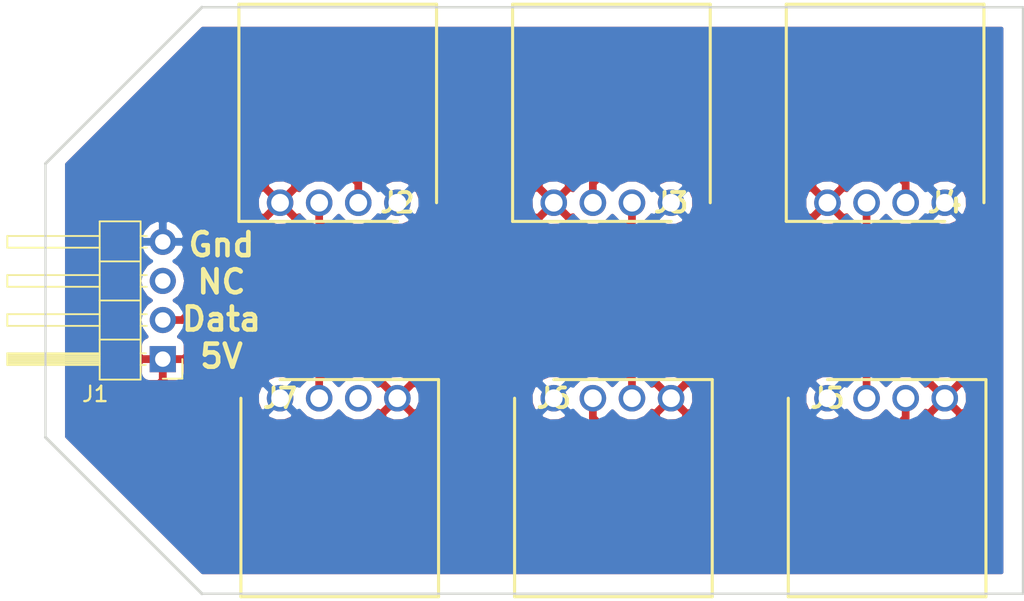
<source format=kicad_pcb>
(kicad_pcb (version 20171130) (host pcbnew "(5.0.0)")

  (general
    (thickness 1.6)
    (drawings 7)
    (tracks 28)
    (zones 0)
    (modules 7)
    (nets 9)
  )

  (page A4)
  (layers
    (0 F.Cu signal)
    (31 B.Cu signal)
    (32 B.Adhes user)
    (33 F.Adhes user)
    (34 B.Paste user)
    (35 F.Paste user)
    (36 B.SilkS user)
    (37 F.SilkS user)
    (38 B.Mask user)
    (39 F.Mask user)
    (40 Dwgs.User user)
    (41 Cmts.User user)
    (42 Eco1.User user)
    (43 Eco2.User user)
    (44 Edge.Cuts user)
    (45 Margin user)
    (46 B.CrtYd user)
    (47 F.CrtYd user)
    (48 B.Fab user)
    (49 F.Fab user)
  )

  (setup
    (last_trace_width 0.25)
    (trace_clearance 0.2)
    (zone_clearance 0.508)
    (zone_45_only no)
    (trace_min 0.2)
    (segment_width 0.2)
    (edge_width 0.15)
    (via_size 0.8)
    (via_drill 0.4)
    (via_min_size 0.4)
    (via_min_drill 0.3)
    (uvia_size 0.3)
    (uvia_drill 0.1)
    (uvias_allowed no)
    (uvia_min_size 0.2)
    (uvia_min_drill 0.1)
    (pcb_text_width 0.3)
    (pcb_text_size 1.5 1.5)
    (mod_edge_width 0.15)
    (mod_text_size 1 1)
    (mod_text_width 0.15)
    (pad_size 1.524 1.524)
    (pad_drill 0.762)
    (pad_to_mask_clearance 0.2)
    (aux_axis_origin 0 0)
    (visible_elements FFFFFF7F)
    (pcbplotparams
      (layerselection 0x010fc_ffffffff)
      (usegerberextensions false)
      (usegerberattributes false)
      (usegerberadvancedattributes false)
      (creategerberjobfile false)
      (excludeedgelayer true)
      (linewidth 0.100000)
      (plotframeref false)
      (viasonmask false)
      (mode 1)
      (useauxorigin false)
      (hpglpennumber 1)
      (hpglpenspeed 20)
      (hpglpendiameter 15.000000)
      (psnegative false)
      (psa4output false)
      (plotreference true)
      (plotvalue true)
      (plotinvisibletext false)
      (padsonsilk false)
      (subtractmaskfromsilk false)
      (outputformat 1)
      (mirror false)
      (drillshape 1)
      (scaleselection 1)
      (outputdirectory ""))
  )

  (net 0 "")
  (net 1 /F1)
  (net 2 /F2)
  (net 3 /F3)
  (net 4 /F4)
  (net 5 /F5)
  (net 6 /F6)
  (net 7 /Gnd)
  (net 8 /5V)

  (net_class Default "This is the default net class."
    (clearance 0.2)
    (trace_width 0.25)
    (via_dia 0.8)
    (via_drill 0.4)
    (uvia_dia 0.3)
    (uvia_drill 0.1)
    (add_net /5V)
    (add_net /F1)
    (add_net /F2)
    (add_net /F3)
    (add_net /F4)
    (add_net /F5)
    (add_net /F6)
    (add_net /Gnd)
  )

  (module TRA_KiCad_Footprints:70553-000 (layer F.Cu) (tedit 5CBBE5D2) (tstamp 5CCA3A31)
    (at 127 114.3 180)
    (descr 70553-0003)
    (tags Connector)
    (path /5CBBE0BA)
    (fp_text reference J2 (at 0 0 180) (layer F.SilkS)
      (effects (font (size 1.27 1.27) (thickness 0.254)))
    )
    (fp_text value Fan1 (at 0 0 180) (layer F.SilkS) hide
      (effects (font (size 1.27 1.27) (thickness 0.254)))
    )
    (fp_line (start -2.795 -1.4625) (end 10.545 -1.4625) (layer Dwgs.User) (width 0.05))
    (fp_line (start 10.545 -1.4625) (end 10.545 13.145) (layer Dwgs.User) (width 0.05))
    (fp_line (start 10.545 13.145) (end -2.795 13.145) (layer Dwgs.User) (width 0.05))
    (fp_line (start -2.795 13.145) (end -2.795 -1.4625) (layer Dwgs.User) (width 0.05))
    (fp_line (start -2.545 -0.825) (end 10.295 -0.825) (layer Dwgs.User) (width 0.1))
    (fp_line (start 10.295 -0.825) (end 10.295 12.895) (layer Dwgs.User) (width 0.1))
    (fp_line (start 10.295 12.895) (end -2.545 12.895) (layer Dwgs.User) (width 0.1))
    (fp_line (start -2.545 12.895) (end -2.545 -0.825) (layer Dwgs.User) (width 0.1))
    (fp_line (start 0 -1.2125) (end 10.295 -1.2125) (layer F.SilkS) (width 0.2))
    (fp_line (start 10.295 -1.2125) (end 10.295 12.895) (layer F.SilkS) (width 0.2))
    (fp_line (start 10.295 12.895) (end -2.545 12.895) (layer F.SilkS) (width 0.2))
    (fp_line (start -2.545 12.895) (end -2.545 0) (layer F.SilkS) (width 0.2))
    (pad 1 thru_hole circle (at 0 0 180) (size 1.725 1.725) (drill 1.15) (layers *.Cu *.Mask)
      (net 7 /Gnd))
    (pad 2 thru_hole circle (at 2.54 0 180) (size 1.725 1.725) (drill 1.15) (layers *.Cu *.Mask)
      (net 1 /F1))
    (pad 3 thru_hole circle (at 5.08 0 180) (size 1.725 1.725) (drill 1.15) (layers *.Cu *.Mask)
      (net 2 /F2))
    (pad 4 thru_hole circle (at 7.62 0 180) (size 1.725 1.725) (drill 1.15) (layers *.Cu *.Mask)
      (net 8 /5V))
    (model 70553-0003.stp
      (at (xyz 0 0 0))
      (scale (xyz 1 1 1))
      (rotate (xyz 0 0 0))
    )
    (model "${GITHUB}/TRA_KiCad_Library/3D Models/Molex/Molex-70553-0003.stp"
      (offset (xyz 3.8 -7.15 3))
      (scale (xyz 1 1 1))
      (rotate (xyz -90 0 0))
    )
  )

  (module TRA_KiCad_Footprints:70553-000 (layer F.Cu) (tedit 5CBBE5D2) (tstamp 5CCA3A45)
    (at 144.78 114.3 180)
    (descr 70553-0003)
    (tags Connector)
    (path /5CBBE14C)
    (fp_text reference J3 (at 0 0 180) (layer F.SilkS)
      (effects (font (size 1.27 1.27) (thickness 0.254)))
    )
    (fp_text value Fan2 (at 0 0 180) (layer F.SilkS) hide
      (effects (font (size 1.27 1.27) (thickness 0.254)))
    )
    (fp_line (start -2.795 -1.4625) (end 10.545 -1.4625) (layer Dwgs.User) (width 0.05))
    (fp_line (start 10.545 -1.4625) (end 10.545 13.145) (layer Dwgs.User) (width 0.05))
    (fp_line (start 10.545 13.145) (end -2.795 13.145) (layer Dwgs.User) (width 0.05))
    (fp_line (start -2.795 13.145) (end -2.795 -1.4625) (layer Dwgs.User) (width 0.05))
    (fp_line (start -2.545 -0.825) (end 10.295 -0.825) (layer Dwgs.User) (width 0.1))
    (fp_line (start 10.295 -0.825) (end 10.295 12.895) (layer Dwgs.User) (width 0.1))
    (fp_line (start 10.295 12.895) (end -2.545 12.895) (layer Dwgs.User) (width 0.1))
    (fp_line (start -2.545 12.895) (end -2.545 -0.825) (layer Dwgs.User) (width 0.1))
    (fp_line (start 0 -1.2125) (end 10.295 -1.2125) (layer F.SilkS) (width 0.2))
    (fp_line (start 10.295 -1.2125) (end 10.295 12.895) (layer F.SilkS) (width 0.2))
    (fp_line (start 10.295 12.895) (end -2.545 12.895) (layer F.SilkS) (width 0.2))
    (fp_line (start -2.545 12.895) (end -2.545 0) (layer F.SilkS) (width 0.2))
    (pad 1 thru_hole circle (at 0 0 180) (size 1.725 1.725) (drill 1.15) (layers *.Cu *.Mask)
      (net 7 /Gnd))
    (pad 2 thru_hole circle (at 2.54 0 180) (size 1.725 1.725) (drill 1.15) (layers *.Cu *.Mask)
      (net 2 /F2))
    (pad 3 thru_hole circle (at 5.08 0 180) (size 1.725 1.725) (drill 1.15) (layers *.Cu *.Mask)
      (net 3 /F3))
    (pad 4 thru_hole circle (at 7.62 0 180) (size 1.725 1.725) (drill 1.15) (layers *.Cu *.Mask)
      (net 8 /5V))
    (model 70553-0003.stp
      (at (xyz 0 0 0))
      (scale (xyz 1 1 1))
      (rotate (xyz 0 0 0))
    )
    (model "${GITHUB}/TRA_KiCad_Library/3D Models/Molex/Molex-70553-0003.stp"
      (offset (xyz 3.8 -7.15 3))
      (scale (xyz 1 1 1))
      (rotate (xyz -90 0 0))
    )
  )

  (module TRA_KiCad_Footprints:70553-000 (layer F.Cu) (tedit 5CBBE5D2) (tstamp 5CCA3A59)
    (at 162.56 114.3 180)
    (descr 70553-0003)
    (tags Connector)
    (path /5CBBE217)
    (fp_text reference J4 (at 0 0 180) (layer F.SilkS)
      (effects (font (size 1.27 1.27) (thickness 0.254)))
    )
    (fp_text value Fan3 (at 0 0 180) (layer F.SilkS) hide
      (effects (font (size 1.27 1.27) (thickness 0.254)))
    )
    (fp_line (start -2.795 -1.4625) (end 10.545 -1.4625) (layer Dwgs.User) (width 0.05))
    (fp_line (start 10.545 -1.4625) (end 10.545 13.145) (layer Dwgs.User) (width 0.05))
    (fp_line (start 10.545 13.145) (end -2.795 13.145) (layer Dwgs.User) (width 0.05))
    (fp_line (start -2.795 13.145) (end -2.795 -1.4625) (layer Dwgs.User) (width 0.05))
    (fp_line (start -2.545 -0.825) (end 10.295 -0.825) (layer Dwgs.User) (width 0.1))
    (fp_line (start 10.295 -0.825) (end 10.295 12.895) (layer Dwgs.User) (width 0.1))
    (fp_line (start 10.295 12.895) (end -2.545 12.895) (layer Dwgs.User) (width 0.1))
    (fp_line (start -2.545 12.895) (end -2.545 -0.825) (layer Dwgs.User) (width 0.1))
    (fp_line (start 0 -1.2125) (end 10.295 -1.2125) (layer F.SilkS) (width 0.2))
    (fp_line (start 10.295 -1.2125) (end 10.295 12.895) (layer F.SilkS) (width 0.2))
    (fp_line (start 10.295 12.895) (end -2.545 12.895) (layer F.SilkS) (width 0.2))
    (fp_line (start -2.545 12.895) (end -2.545 0) (layer F.SilkS) (width 0.2))
    (pad 1 thru_hole circle (at 0 0 180) (size 1.725 1.725) (drill 1.15) (layers *.Cu *.Mask)
      (net 7 /Gnd))
    (pad 2 thru_hole circle (at 2.54 0 180) (size 1.725 1.725) (drill 1.15) (layers *.Cu *.Mask)
      (net 3 /F3))
    (pad 3 thru_hole circle (at 5.08 0 180) (size 1.725 1.725) (drill 1.15) (layers *.Cu *.Mask)
      (net 4 /F4))
    (pad 4 thru_hole circle (at 7.62 0 180) (size 1.725 1.725) (drill 1.15) (layers *.Cu *.Mask)
      (net 8 /5V))
    (model 70553-0003.stp
      (at (xyz 0 0 0))
      (scale (xyz 1 1 1))
      (rotate (xyz 0 0 0))
    )
    (model "${GITHUB}/TRA_KiCad_Library/3D Models/Molex/Molex-70553-0003.stp"
      (offset (xyz 3.8 -7.15 3))
      (scale (xyz 1 1 1))
      (rotate (xyz -90 0 0))
    )
  )

  (module TRA_KiCad_Footprints:70553-000 (layer F.Cu) (tedit 5CBBE5D2) (tstamp 5CCBF1A8)
    (at 154.94 127)
    (descr 70553-0003)
    (tags Connector)
    (path /5CBBF1EA)
    (fp_text reference J5 (at 0 0) (layer F.SilkS)
      (effects (font (size 1.27 1.27) (thickness 0.254)))
    )
    (fp_text value Fan4 (at 0 0) (layer F.SilkS) hide
      (effects (font (size 1.27 1.27) (thickness 0.254)))
    )
    (fp_line (start -2.795 -1.4625) (end 10.545 -1.4625) (layer Dwgs.User) (width 0.05))
    (fp_line (start 10.545 -1.4625) (end 10.545 13.145) (layer Dwgs.User) (width 0.05))
    (fp_line (start 10.545 13.145) (end -2.795 13.145) (layer Dwgs.User) (width 0.05))
    (fp_line (start -2.795 13.145) (end -2.795 -1.4625) (layer Dwgs.User) (width 0.05))
    (fp_line (start -2.545 -0.825) (end 10.295 -0.825) (layer Dwgs.User) (width 0.1))
    (fp_line (start 10.295 -0.825) (end 10.295 12.895) (layer Dwgs.User) (width 0.1))
    (fp_line (start 10.295 12.895) (end -2.545 12.895) (layer Dwgs.User) (width 0.1))
    (fp_line (start -2.545 12.895) (end -2.545 -0.825) (layer Dwgs.User) (width 0.1))
    (fp_line (start 0 -1.2125) (end 10.295 -1.2125) (layer F.SilkS) (width 0.2))
    (fp_line (start 10.295 -1.2125) (end 10.295 12.895) (layer F.SilkS) (width 0.2))
    (fp_line (start 10.295 12.895) (end -2.545 12.895) (layer F.SilkS) (width 0.2))
    (fp_line (start -2.545 12.895) (end -2.545 0) (layer F.SilkS) (width 0.2))
    (pad 1 thru_hole circle (at 0 0) (size 1.725 1.725) (drill 1.15) (layers *.Cu *.Mask)
      (net 7 /Gnd))
    (pad 2 thru_hole circle (at 2.54 0) (size 1.725 1.725) (drill 1.15) (layers *.Cu *.Mask)
      (net 4 /F4))
    (pad 3 thru_hole circle (at 5.08 0) (size 1.725 1.725) (drill 1.15) (layers *.Cu *.Mask)
      (net 5 /F5))
    (pad 4 thru_hole circle (at 7.62 0) (size 1.725 1.725) (drill 1.15) (layers *.Cu *.Mask)
      (net 8 /5V))
    (model 70553-0003.stp
      (at (xyz 0 0 0))
      (scale (xyz 1 1 1))
      (rotate (xyz 0 0 0))
    )
    (model "${GITHUB}/TRA_KiCad_Library/3D Models/Molex/Molex-70553-0003.stp"
      (offset (xyz 3.8 -7.15 3))
      (scale (xyz 1 1 1))
      (rotate (xyz -90 0 0))
    )
  )

  (module TRA_KiCad_Footprints:70553-000 (layer F.Cu) (tedit 5CBBE5D2) (tstamp 5CCBF1BC)
    (at 137.16 127)
    (descr 70553-0003)
    (tags Connector)
    (path /5CBBF1F1)
    (fp_text reference J6 (at 0 0) (layer F.SilkS)
      (effects (font (size 1.27 1.27) (thickness 0.254)))
    )
    (fp_text value Fan5 (at 0 0) (layer F.SilkS) hide
      (effects (font (size 1.27 1.27) (thickness 0.254)))
    )
    (fp_line (start -2.795 -1.4625) (end 10.545 -1.4625) (layer Dwgs.User) (width 0.05))
    (fp_line (start 10.545 -1.4625) (end 10.545 13.145) (layer Dwgs.User) (width 0.05))
    (fp_line (start 10.545 13.145) (end -2.795 13.145) (layer Dwgs.User) (width 0.05))
    (fp_line (start -2.795 13.145) (end -2.795 -1.4625) (layer Dwgs.User) (width 0.05))
    (fp_line (start -2.545 -0.825) (end 10.295 -0.825) (layer Dwgs.User) (width 0.1))
    (fp_line (start 10.295 -0.825) (end 10.295 12.895) (layer Dwgs.User) (width 0.1))
    (fp_line (start 10.295 12.895) (end -2.545 12.895) (layer Dwgs.User) (width 0.1))
    (fp_line (start -2.545 12.895) (end -2.545 -0.825) (layer Dwgs.User) (width 0.1))
    (fp_line (start 0 -1.2125) (end 10.295 -1.2125) (layer F.SilkS) (width 0.2))
    (fp_line (start 10.295 -1.2125) (end 10.295 12.895) (layer F.SilkS) (width 0.2))
    (fp_line (start 10.295 12.895) (end -2.545 12.895) (layer F.SilkS) (width 0.2))
    (fp_line (start -2.545 12.895) (end -2.545 0) (layer F.SilkS) (width 0.2))
    (pad 1 thru_hole circle (at 0 0) (size 1.725 1.725) (drill 1.15) (layers *.Cu *.Mask)
      (net 7 /Gnd))
    (pad 2 thru_hole circle (at 2.54 0) (size 1.725 1.725) (drill 1.15) (layers *.Cu *.Mask)
      (net 5 /F5))
    (pad 3 thru_hole circle (at 5.08 0) (size 1.725 1.725) (drill 1.15) (layers *.Cu *.Mask)
      (net 6 /F6))
    (pad 4 thru_hole circle (at 7.62 0) (size 1.725 1.725) (drill 1.15) (layers *.Cu *.Mask)
      (net 8 /5V))
    (model 70553-0003.stp
      (at (xyz 0 0 0))
      (scale (xyz 1 1 1))
      (rotate (xyz 0 0 0))
    )
    (model "${GITHUB}/TRA_KiCad_Library/3D Models/Molex/Molex-70553-0003.stp"
      (offset (xyz 3.8 -7.15 3))
      (scale (xyz 1 1 1))
      (rotate (xyz -90 0 0))
    )
  )

  (module TRA_KiCad_Footprints:70553-000 (layer F.Cu) (tedit 5CBBE5D2) (tstamp 5CCBF1D0)
    (at 119.38 127)
    (descr 70553-0003)
    (tags Connector)
    (path /5CBBF1F8)
    (fp_text reference J7 (at 0 0) (layer F.SilkS)
      (effects (font (size 1.27 1.27) (thickness 0.254)))
    )
    (fp_text value Fan6 (at 0 0) (layer F.SilkS) hide
      (effects (font (size 1.27 1.27) (thickness 0.254)))
    )
    (fp_line (start -2.795 -1.4625) (end 10.545 -1.4625) (layer Dwgs.User) (width 0.05))
    (fp_line (start 10.545 -1.4625) (end 10.545 13.145) (layer Dwgs.User) (width 0.05))
    (fp_line (start 10.545 13.145) (end -2.795 13.145) (layer Dwgs.User) (width 0.05))
    (fp_line (start -2.795 13.145) (end -2.795 -1.4625) (layer Dwgs.User) (width 0.05))
    (fp_line (start -2.545 -0.825) (end 10.295 -0.825) (layer Dwgs.User) (width 0.1))
    (fp_line (start 10.295 -0.825) (end 10.295 12.895) (layer Dwgs.User) (width 0.1))
    (fp_line (start 10.295 12.895) (end -2.545 12.895) (layer Dwgs.User) (width 0.1))
    (fp_line (start -2.545 12.895) (end -2.545 -0.825) (layer Dwgs.User) (width 0.1))
    (fp_line (start 0 -1.2125) (end 10.295 -1.2125) (layer F.SilkS) (width 0.2))
    (fp_line (start 10.295 -1.2125) (end 10.295 12.895) (layer F.SilkS) (width 0.2))
    (fp_line (start 10.295 12.895) (end -2.545 12.895) (layer F.SilkS) (width 0.2))
    (fp_line (start -2.545 12.895) (end -2.545 0) (layer F.SilkS) (width 0.2))
    (pad 1 thru_hole circle (at 0 0) (size 1.725 1.725) (drill 1.15) (layers *.Cu *.Mask)
      (net 7 /Gnd))
    (pad 2 thru_hole circle (at 2.54 0) (size 1.725 1.725) (drill 1.15) (layers *.Cu *.Mask)
      (net 6 /F6))
    (pad 3 thru_hole circle (at 5.08 0) (size 1.725 1.725) (drill 1.15) (layers *.Cu *.Mask))
    (pad 4 thru_hole circle (at 7.62 0) (size 1.725 1.725) (drill 1.15) (layers *.Cu *.Mask)
      (net 8 /5V))
    (model 70553-0003.stp
      (at (xyz 0 0 0))
      (scale (xyz 1 1 1))
      (rotate (xyz 0 0 0))
    )
    (model "${GITHUB}/TRA_KiCad_Library/3D Models/Molex/Molex-70553-0003.stp"
      (offset (xyz 3.8 -7.15 3))
      (scale (xyz 1 1 1))
      (rotate (xyz -90 0 0))
    )
  )

  (module Connector_PinHeader_2.54mm:PinHeader_1x04_P2.54mm_Horizontal (layer F.Cu) (tedit 59FED5CB) (tstamp 5CCA3A1D)
    (at 111.76 124.46 180)
    (descr "Through hole angled pin header, 1x04, 2.54mm pitch, 6mm pin length, single row")
    (tags "Through hole angled pin header THT 1x04 2.54mm single row")
    (path /5CBBE771)
    (fp_text reference J1 (at 4.385 -2.27 180) (layer F.SilkS)
      (effects (font (size 1 1) (thickness 0.15)))
    )
    (fp_text value Mobo (at 4.385 9.89 180) (layer F.Fab)
      (effects (font (size 1 1) (thickness 0.15)))
    )
    (fp_text user %R (at 2.77 3.81 270) (layer F.Fab)
      (effects (font (size 1 1) (thickness 0.15)))
    )
    (fp_line (start 10.55 -1.8) (end -1.8 -1.8) (layer F.CrtYd) (width 0.05))
    (fp_line (start 10.55 9.4) (end 10.55 -1.8) (layer F.CrtYd) (width 0.05))
    (fp_line (start -1.8 9.4) (end 10.55 9.4) (layer F.CrtYd) (width 0.05))
    (fp_line (start -1.8 -1.8) (end -1.8 9.4) (layer F.CrtYd) (width 0.05))
    (fp_line (start -1.27 -1.27) (end 0 -1.27) (layer F.SilkS) (width 0.12))
    (fp_line (start -1.27 0) (end -1.27 -1.27) (layer F.SilkS) (width 0.12))
    (fp_line (start 1.042929 8) (end 1.44 8) (layer F.SilkS) (width 0.12))
    (fp_line (start 1.042929 7.24) (end 1.44 7.24) (layer F.SilkS) (width 0.12))
    (fp_line (start 10.1 8) (end 4.1 8) (layer F.SilkS) (width 0.12))
    (fp_line (start 10.1 7.24) (end 10.1 8) (layer F.SilkS) (width 0.12))
    (fp_line (start 4.1 7.24) (end 10.1 7.24) (layer F.SilkS) (width 0.12))
    (fp_line (start 1.44 6.35) (end 4.1 6.35) (layer F.SilkS) (width 0.12))
    (fp_line (start 1.042929 5.46) (end 1.44 5.46) (layer F.SilkS) (width 0.12))
    (fp_line (start 1.042929 4.7) (end 1.44 4.7) (layer F.SilkS) (width 0.12))
    (fp_line (start 10.1 5.46) (end 4.1 5.46) (layer F.SilkS) (width 0.12))
    (fp_line (start 10.1 4.7) (end 10.1 5.46) (layer F.SilkS) (width 0.12))
    (fp_line (start 4.1 4.7) (end 10.1 4.7) (layer F.SilkS) (width 0.12))
    (fp_line (start 1.44 3.81) (end 4.1 3.81) (layer F.SilkS) (width 0.12))
    (fp_line (start 1.042929 2.92) (end 1.44 2.92) (layer F.SilkS) (width 0.12))
    (fp_line (start 1.042929 2.16) (end 1.44 2.16) (layer F.SilkS) (width 0.12))
    (fp_line (start 10.1 2.92) (end 4.1 2.92) (layer F.SilkS) (width 0.12))
    (fp_line (start 10.1 2.16) (end 10.1 2.92) (layer F.SilkS) (width 0.12))
    (fp_line (start 4.1 2.16) (end 10.1 2.16) (layer F.SilkS) (width 0.12))
    (fp_line (start 1.44 1.27) (end 4.1 1.27) (layer F.SilkS) (width 0.12))
    (fp_line (start 1.11 0.38) (end 1.44 0.38) (layer F.SilkS) (width 0.12))
    (fp_line (start 1.11 -0.38) (end 1.44 -0.38) (layer F.SilkS) (width 0.12))
    (fp_line (start 4.1 0.28) (end 10.1 0.28) (layer F.SilkS) (width 0.12))
    (fp_line (start 4.1 0.16) (end 10.1 0.16) (layer F.SilkS) (width 0.12))
    (fp_line (start 4.1 0.04) (end 10.1 0.04) (layer F.SilkS) (width 0.12))
    (fp_line (start 4.1 -0.08) (end 10.1 -0.08) (layer F.SilkS) (width 0.12))
    (fp_line (start 4.1 -0.2) (end 10.1 -0.2) (layer F.SilkS) (width 0.12))
    (fp_line (start 4.1 -0.32) (end 10.1 -0.32) (layer F.SilkS) (width 0.12))
    (fp_line (start 10.1 0.38) (end 4.1 0.38) (layer F.SilkS) (width 0.12))
    (fp_line (start 10.1 -0.38) (end 10.1 0.38) (layer F.SilkS) (width 0.12))
    (fp_line (start 4.1 -0.38) (end 10.1 -0.38) (layer F.SilkS) (width 0.12))
    (fp_line (start 4.1 -1.33) (end 1.44 -1.33) (layer F.SilkS) (width 0.12))
    (fp_line (start 4.1 8.95) (end 4.1 -1.33) (layer F.SilkS) (width 0.12))
    (fp_line (start 1.44 8.95) (end 4.1 8.95) (layer F.SilkS) (width 0.12))
    (fp_line (start 1.44 -1.33) (end 1.44 8.95) (layer F.SilkS) (width 0.12))
    (fp_line (start 4.04 7.94) (end 10.04 7.94) (layer F.Fab) (width 0.1))
    (fp_line (start 10.04 7.3) (end 10.04 7.94) (layer F.Fab) (width 0.1))
    (fp_line (start 4.04 7.3) (end 10.04 7.3) (layer F.Fab) (width 0.1))
    (fp_line (start -0.32 7.94) (end 1.5 7.94) (layer F.Fab) (width 0.1))
    (fp_line (start -0.32 7.3) (end -0.32 7.94) (layer F.Fab) (width 0.1))
    (fp_line (start -0.32 7.3) (end 1.5 7.3) (layer F.Fab) (width 0.1))
    (fp_line (start 4.04 5.4) (end 10.04 5.4) (layer F.Fab) (width 0.1))
    (fp_line (start 10.04 4.76) (end 10.04 5.4) (layer F.Fab) (width 0.1))
    (fp_line (start 4.04 4.76) (end 10.04 4.76) (layer F.Fab) (width 0.1))
    (fp_line (start -0.32 5.4) (end 1.5 5.4) (layer F.Fab) (width 0.1))
    (fp_line (start -0.32 4.76) (end -0.32 5.4) (layer F.Fab) (width 0.1))
    (fp_line (start -0.32 4.76) (end 1.5 4.76) (layer F.Fab) (width 0.1))
    (fp_line (start 4.04 2.86) (end 10.04 2.86) (layer F.Fab) (width 0.1))
    (fp_line (start 10.04 2.22) (end 10.04 2.86) (layer F.Fab) (width 0.1))
    (fp_line (start 4.04 2.22) (end 10.04 2.22) (layer F.Fab) (width 0.1))
    (fp_line (start -0.32 2.86) (end 1.5 2.86) (layer F.Fab) (width 0.1))
    (fp_line (start -0.32 2.22) (end -0.32 2.86) (layer F.Fab) (width 0.1))
    (fp_line (start -0.32 2.22) (end 1.5 2.22) (layer F.Fab) (width 0.1))
    (fp_line (start 4.04 0.32) (end 10.04 0.32) (layer F.Fab) (width 0.1))
    (fp_line (start 10.04 -0.32) (end 10.04 0.32) (layer F.Fab) (width 0.1))
    (fp_line (start 4.04 -0.32) (end 10.04 -0.32) (layer F.Fab) (width 0.1))
    (fp_line (start -0.32 0.32) (end 1.5 0.32) (layer F.Fab) (width 0.1))
    (fp_line (start -0.32 -0.32) (end -0.32 0.32) (layer F.Fab) (width 0.1))
    (fp_line (start -0.32 -0.32) (end 1.5 -0.32) (layer F.Fab) (width 0.1))
    (fp_line (start 1.5 -0.635) (end 2.135 -1.27) (layer F.Fab) (width 0.1))
    (fp_line (start 1.5 8.89) (end 1.5 -0.635) (layer F.Fab) (width 0.1))
    (fp_line (start 4.04 8.89) (end 1.5 8.89) (layer F.Fab) (width 0.1))
    (fp_line (start 4.04 -1.27) (end 4.04 8.89) (layer F.Fab) (width 0.1))
    (fp_line (start 2.135 -1.27) (end 4.04 -1.27) (layer F.Fab) (width 0.1))
    (pad 4 thru_hole oval (at 0 7.62 180) (size 1.7 1.7) (drill 1) (layers *.Cu *.Mask)
      (net 7 /Gnd))
    (pad 3 thru_hole oval (at 0 5.08 180) (size 1.7 1.7) (drill 1) (layers *.Cu *.Mask))
    (pad 2 thru_hole oval (at 0 2.54 180) (size 1.7 1.7) (drill 1) (layers *.Cu *.Mask)
      (net 1 /F1))
    (pad 1 thru_hole rect (at 0 0 180) (size 1.7 1.7) (drill 1) (layers *.Cu *.Mask)
      (net 8 /5V))
    (model ${KISYS3DMOD}/Connector_PinHeader_2.54mm.3dshapes/PinHeader_1x04_P2.54mm_Horizontal.wrl
      (at (xyz 0 0 0))
      (scale (xyz 1 1 1))
      (rotate (xyz 0 0 0))
    )
  )

  (gr_text "Gnd\nNC\nData\n5V\n" (at 115.57 120.65) (layer F.SilkS)
    (effects (font (size 1.5 1.5) (thickness 0.3)))
  )
  (gr_line (start 104.14 129.54) (end 114.3 139.7) (layer Edge.Cuts) (width 0.2))
  (gr_line (start 114.3 101.6) (end 104.14 111.76) (layer Edge.Cuts) (width 0.2))
  (gr_line (start 114.3 139.7) (end 167.64 139.7) (layer Edge.Cuts) (width 0.15) (tstamp 5CCC14A7))
  (gr_line (start 167.64 139.7) (end 167.64 101.6) (layer Edge.Cuts) (width 0.15))
  (gr_line (start 104.14 111.76) (end 104.14 129.54) (layer Edge.Cuts) (width 0.15))
  (gr_line (start 167.64 101.6) (end 114.3 101.6) (layer Edge.Cuts) (width 0.15))

  (segment (start 111.76 121.92) (end 113.03 121.92) (width 0.5) (layer F.Cu) (net 1))
  (segment (start 113.03 121.92) (end 115.57 119.38) (width 0.5) (layer F.Cu) (net 1))
  (segment (start 115.57 119.38) (end 115.57 114.3) (width 0.5) (layer F.Cu) (net 1))
  (segment (start 115.57 114.3) (end 118.11 111.76) (width 0.5) (layer F.Cu) (net 1))
  (segment (start 118.11 111.76) (end 123.19 111.76) (width 0.5) (layer F.Cu) (net 1))
  (segment (start 124.46 114.3) (end 124.46 113.03) (width 0.5) (layer F.Cu) (net 1))
  (segment (start 124.46 113.03) (end 123.19 111.76) (width 0.5) (layer F.Cu) (net 1))
  (segment (start 142.24 127) (end 142.24 125.73) (width 0.5) (layer F.Cu) (net 6) (tstamp 5CCC0C15))
  (segment (start 142.24 125.73) (end 140.97 124.46) (width 0.5) (layer F.Cu) (net 6) (tstamp 5CCC0C16))
  (segment (start 140.97 124.46) (end 123.19 124.46) (width 0.5) (layer F.Cu) (net 6) (tstamp 5CCC0C17))
  (segment (start 123.19 124.46) (end 121.92 125.73) (width 0.5) (layer F.Cu) (net 6) (tstamp 5CCC0C18))
  (segment (start 121.92 125.73) (end 121.92 127) (width 0.5) (layer F.Cu) (net 6) (tstamp 5CCC0C19))
  (segment (start 123.19 116.84) (end 121.92 115.57) (width 0.5) (layer F.Cu) (net 2) (tstamp 5CCC0A8E))
  (segment (start 121.92 115.57) (end 121.92 114.3) (width 0.5) (layer F.Cu) (net 2) (tstamp 5CCC0A8F))
  (segment (start 142.24 114.3) (end 142.24 115.57) (width 0.5) (layer F.Cu) (net 2) (tstamp 5CCC0A90))
  (segment (start 142.24 115.57) (end 140.97 116.84) (width 0.5) (layer F.Cu) (net 2) (tstamp 5CCC0A91))
  (segment (start 140.97 116.84) (end 123.19 116.84) (width 0.5) (layer F.Cu) (net 2) (tstamp 5CCC0A92))
  (segment (start 160.02 114.3) (end 160.02 113.03) (width 0.5) (layer F.Cu) (net 3))
  (segment (start 160.02 113.03) (end 158.75 111.76) (width 0.5) (layer F.Cu) (net 3))
  (segment (start 158.75 111.76) (end 140.97 111.76) (width 0.5) (layer F.Cu) (net 3))
  (segment (start 140.97 111.76) (end 139.7 113.03) (width 0.5) (layer F.Cu) (net 3))
  (segment (start 139.7 113.03) (end 139.7 114.3) (width 0.5) (layer F.Cu) (net 3))
  (segment (start 157.48 114.3) (end 157.48 127) (width 0.5) (layer F.Cu) (net 4))
  (segment (start 160.02 127) (end 160.02 128.27) (width 0.5) (layer F.Cu) (net 5))
  (segment (start 160.02 128.27) (end 158.75 129.54) (width 0.5) (layer F.Cu) (net 5))
  (segment (start 158.75 129.54) (end 140.97 129.54) (width 0.5) (layer F.Cu) (net 5))
  (segment (start 140.97 129.54) (end 139.7 128.27) (width 0.5) (layer F.Cu) (net 5))
  (segment (start 139.7 128.27) (end 139.7 127) (width 0.5) (layer F.Cu) (net 5))

  (zone (net 8) (net_name /5V) (layer F.Cu) (tstamp 0) (hatch edge 0.508)
    (connect_pads (clearance 0.508))
    (min_thickness 0.254)
    (fill yes (arc_segments 16) (thermal_gap 0.508) (thermal_bridge_width 0.508))
    (polygon
      (pts
        (xy 114.3 102.87) (xy 105.41 111.76) (xy 105.41 120.65) (xy 105.41 129.54) (xy 114.3 138.43)
        (xy 166.37 138.43) (xy 166.37 102.87)
      )
    )
    (filled_polygon
      (pts
        (xy 166.243 138.303) (xy 114.352606 138.303) (xy 105.537 129.487394) (xy 105.537 124.74575) (xy 110.275 124.74575)
        (xy 110.275 125.43631) (xy 110.371673 125.669699) (xy 110.550302 125.848327) (xy 110.783691 125.945) (xy 111.47425 125.945)
        (xy 111.633 125.78625) (xy 111.633 124.587) (xy 111.887 124.587) (xy 111.887 125.78625) (xy 112.04575 125.945)
        (xy 112.736309 125.945) (xy 112.969698 125.848327) (xy 113.148327 125.669699) (xy 113.245 125.43631) (xy 113.245 124.74575)
        (xy 113.08625 124.587) (xy 111.887 124.587) (xy 111.633 124.587) (xy 110.43375 124.587) (xy 110.275 124.74575)
        (xy 105.537 124.74575) (xy 105.537 116.84) (xy 110.245908 116.84) (xy 110.361161 117.419418) (xy 110.689375 117.910625)
        (xy 110.987761 118.11) (xy 110.689375 118.309375) (xy 110.361161 118.800582) (xy 110.245908 119.38) (xy 110.361161 119.959418)
        (xy 110.689375 120.450625) (xy 110.987761 120.65) (xy 110.689375 120.849375) (xy 110.361161 121.340582) (xy 110.245908 121.92)
        (xy 110.361161 122.499418) (xy 110.689375 122.990625) (xy 110.711033 123.005096) (xy 110.550302 123.071673) (xy 110.371673 123.250301)
        (xy 110.275 123.48369) (xy 110.275 124.17425) (xy 110.43375 124.333) (xy 111.633 124.333) (xy 111.633 124.313)
        (xy 111.887 124.313) (xy 111.887 124.333) (xy 113.08625 124.333) (xy 113.245 124.17425) (xy 113.245 123.48369)
        (xy 113.148327 123.250301) (xy 112.969698 123.071673) (xy 112.808967 123.005096) (xy 112.830625 122.990625) (xy 112.953269 122.807075)
        (xy 113.03 122.822337) (xy 113.117161 122.805) (xy 113.117165 122.805) (xy 113.37531 122.753652) (xy 113.668049 122.558049)
        (xy 113.717425 122.484153) (xy 116.134156 120.067423) (xy 116.208049 120.018049) (xy 116.403652 119.72531) (xy 116.455 119.467165)
        (xy 116.455 119.467161) (xy 116.472337 119.380001) (xy 116.455 119.292841) (xy 116.455 115.35301) (xy 118.506595 115.35301)
        (xy 118.588402 115.605606) (xy 119.148293 115.809155) (xy 119.743459 115.782948) (xy 120.171598 115.605606) (xy 120.253405 115.35301)
        (xy 119.38 114.479605) (xy 118.506595 115.35301) (xy 116.455 115.35301) (xy 116.455 114.666578) (xy 117.053285 114.068293)
        (xy 117.870845 114.068293) (xy 117.897052 114.663459) (xy 118.074394 115.091598) (xy 118.32699 115.173405) (xy 119.200395 114.3)
        (xy 118.32699 113.426595) (xy 118.074394 113.508402) (xy 117.870845 114.068293) (xy 117.053285 114.068293) (xy 117.874588 113.24699)
        (xy 118.506595 113.24699) (xy 119.38 114.120395) (xy 120.253405 113.24699) (xy 120.171598 112.994394) (xy 119.611707 112.790845)
        (xy 119.016541 112.817052) (xy 118.588402 112.994394) (xy 118.506595 113.24699) (xy 117.874588 113.24699) (xy 118.476579 112.645)
        (xy 122.823422 112.645) (xy 123.410318 113.231897) (xy 123.190481 113.451734) (xy 123.19 113.452895) (xy 123.189519 113.451734)
        (xy 122.768266 113.030481) (xy 122.217871 112.8025) (xy 121.622129 112.8025) (xy 121.071734 113.030481) (xy 120.650481 113.451734)
        (xy 120.633939 113.491669) (xy 120.43301 113.426595) (xy 119.559605 114.3) (xy 120.43301 115.173405) (xy 120.633939 115.108331)
        (xy 120.650481 115.148266) (xy 121.026714 115.524499) (xy 121.017663 115.57) (xy 121.035 115.657161) (xy 121.035 115.657164)
        (xy 121.086348 115.915309) (xy 121.281951 116.208049) (xy 121.355847 116.257425) (xy 122.502577 117.404156) (xy 122.551951 117.478049)
        (xy 122.625844 117.527423) (xy 122.625845 117.527424) (xy 122.73688 117.601615) (xy 122.84469 117.673652) (xy 123.102835 117.725)
        (xy 123.102839 117.725) (xy 123.189999 117.742337) (xy 123.277159 117.725) (xy 140.882839 117.725) (xy 140.97 117.742337)
        (xy 141.057161 117.725) (xy 141.057165 117.725) (xy 141.31531 117.673652) (xy 141.608049 117.478049) (xy 141.657425 117.404153)
        (xy 142.804156 116.257423) (xy 142.878049 116.208049) (xy 142.927425 116.134154) (xy 143.073651 115.915311) (xy 143.073652 115.91531)
        (xy 143.125 115.657165) (xy 143.125 115.657161) (xy 143.142337 115.570001) (xy 143.133286 115.524499) (xy 143.509519 115.148266)
        (xy 143.51 115.147105) (xy 143.510481 115.148266) (xy 143.931734 115.569519) (xy 144.482129 115.7975) (xy 145.077871 115.7975)
        (xy 145.628266 115.569519) (xy 145.844775 115.35301) (xy 154.066595 115.35301) (xy 154.148402 115.605606) (xy 154.708293 115.809155)
        (xy 155.303459 115.782948) (xy 155.731598 115.605606) (xy 155.813405 115.35301) (xy 154.94 114.479605) (xy 154.066595 115.35301)
        (xy 145.844775 115.35301) (xy 146.049519 115.148266) (xy 146.2775 114.597871) (xy 146.2775 114.068293) (xy 153.430845 114.068293)
        (xy 153.457052 114.663459) (xy 153.634394 115.091598) (xy 153.88699 115.173405) (xy 154.760395 114.3) (xy 153.88699 113.426595)
        (xy 153.634394 113.508402) (xy 153.430845 114.068293) (xy 146.2775 114.068293) (xy 146.2775 114.002129) (xy 146.049519 113.451734)
        (xy 145.844775 113.24699) (xy 154.066595 113.24699) (xy 154.94 114.120395) (xy 155.813405 113.24699) (xy 155.731598 112.994394)
        (xy 155.171707 112.790845) (xy 154.576541 112.817052) (xy 154.148402 112.994394) (xy 154.066595 113.24699) (xy 145.844775 113.24699)
        (xy 145.628266 113.030481) (xy 145.077871 112.8025) (xy 144.482129 112.8025) (xy 143.931734 113.030481) (xy 143.510481 113.451734)
        (xy 143.51 113.452895) (xy 143.509519 113.451734) (xy 143.088266 113.030481) (xy 142.537871 112.8025) (xy 141.942129 112.8025)
        (xy 141.391734 113.030481) (xy 140.970481 113.451734) (xy 140.97 113.452895) (xy 140.969519 113.451734) (xy 140.749682 113.231897)
        (xy 141.336579 112.645) (xy 158.383422 112.645) (xy 158.970318 113.231897) (xy 158.750481 113.451734) (xy 158.75 113.452895)
        (xy 158.749519 113.451734) (xy 158.328266 113.030481) (xy 157.777871 112.8025) (xy 157.182129 112.8025) (xy 156.631734 113.030481)
        (xy 156.210481 113.451734) (xy 156.193939 113.491669) (xy 155.99301 113.426595) (xy 155.119605 114.3) (xy 155.99301 115.173405)
        (xy 156.193939 115.108331) (xy 156.210481 115.148266) (xy 156.595 115.532785) (xy 156.595001 125.767214) (xy 156.210481 126.151734)
        (xy 156.21 126.152895) (xy 156.209519 126.151734) (xy 155.788266 125.730481) (xy 155.237871 125.5025) (xy 154.642129 125.5025)
        (xy 154.091734 125.730481) (xy 153.670481 126.151734) (xy 153.4425 126.702129) (xy 153.4425 127.297871) (xy 153.670481 127.848266)
        (xy 154.091734 128.269519) (xy 154.642129 128.4975) (xy 155.237871 128.4975) (xy 155.788266 128.269519) (xy 156.209519 127.848266)
        (xy 156.21 127.847105) (xy 156.210481 127.848266) (xy 156.631734 128.269519) (xy 157.182129 128.4975) (xy 157.777871 128.4975)
        (xy 158.328266 128.269519) (xy 158.749519 127.848266) (xy 158.75 127.847105) (xy 158.750481 127.848266) (xy 158.970318 128.068103)
        (xy 158.383422 128.655) (xy 141.336579 128.655) (xy 140.749682 128.068103) (xy 140.969519 127.848266) (xy 140.97 127.847105)
        (xy 140.970481 127.848266) (xy 141.391734 128.269519) (xy 141.942129 128.4975) (xy 142.537871 128.4975) (xy 143.088266 128.269519)
        (xy 143.304775 128.05301) (xy 143.906595 128.05301) (xy 143.988402 128.305606) (xy 144.548293 128.509155) (xy 145.143459 128.482948)
        (xy 145.571598 128.305606) (xy 145.653405 128.05301) (xy 144.78 127.179605) (xy 143.906595 128.05301) (xy 143.304775 128.05301)
        (xy 143.509519 127.848266) (xy 143.526061 127.808331) (xy 143.72699 127.873405) (xy 144.600395 127) (xy 144.959605 127)
        (xy 145.83301 127.873405) (xy 146.085606 127.791598) (xy 146.289155 127.231707) (xy 146.262948 126.636541) (xy 146.085606 126.208402)
        (xy 145.83301 126.126595) (xy 144.959605 127) (xy 144.600395 127) (xy 143.72699 126.126595) (xy 143.526061 126.191669)
        (xy 143.509519 126.151734) (xy 143.304775 125.94699) (xy 143.906595 125.94699) (xy 144.78 126.820395) (xy 145.653405 125.94699)
        (xy 145.571598 125.694394) (xy 145.011707 125.490845) (xy 144.416541 125.517052) (xy 143.988402 125.694394) (xy 143.906595 125.94699)
        (xy 143.304775 125.94699) (xy 143.133286 125.775501) (xy 143.142337 125.729999) (xy 143.125 125.642839) (xy 143.125 125.642835)
        (xy 143.073652 125.38469) (xy 143.001615 125.27688) (xy 142.927424 125.165845) (xy 142.927423 125.165844) (xy 142.878049 125.091951)
        (xy 142.804156 125.042577) (xy 141.657425 123.895847) (xy 141.608049 123.821951) (xy 141.31531 123.626348) (xy 141.057165 123.575)
        (xy 141.057161 123.575) (xy 140.97 123.557663) (xy 140.882839 123.575) (xy 123.277159 123.575) (xy 123.189999 123.557663)
        (xy 123.102839 123.575) (xy 123.102835 123.575) (xy 122.84469 123.626348) (xy 122.844688 123.626349) (xy 122.844689 123.626349)
        (xy 122.625845 123.772576) (xy 122.625844 123.772577) (xy 122.551951 123.821951) (xy 122.502577 123.895844) (xy 121.355847 125.042575)
        (xy 121.281951 125.091951) (xy 121.086348 125.384691) (xy 121.035 125.642836) (xy 121.035 125.642839) (xy 121.017663 125.73)
        (xy 121.026714 125.775501) (xy 120.650481 126.151734) (xy 120.65 126.152895) (xy 120.649519 126.151734) (xy 120.228266 125.730481)
        (xy 119.677871 125.5025) (xy 119.082129 125.5025) (xy 118.531734 125.730481) (xy 118.110481 126.151734) (xy 117.8825 126.702129)
        (xy 117.8825 127.297871) (xy 118.110481 127.848266) (xy 118.531734 128.269519) (xy 119.082129 128.4975) (xy 119.677871 128.4975)
        (xy 120.228266 128.269519) (xy 120.649519 127.848266) (xy 120.65 127.847105) (xy 120.650481 127.848266) (xy 121.071734 128.269519)
        (xy 121.622129 128.4975) (xy 122.217871 128.4975) (xy 122.768266 128.269519) (xy 123.189519 127.848266) (xy 123.19 127.847105)
        (xy 123.190481 127.848266) (xy 123.611734 128.269519) (xy 124.162129 128.4975) (xy 124.757871 128.4975) (xy 125.308266 128.269519)
        (xy 125.524775 128.05301) (xy 126.126595 128.05301) (xy 126.208402 128.305606) (xy 126.768293 128.509155) (xy 127.363459 128.482948)
        (xy 127.791598 128.305606) (xy 127.873405 128.05301) (xy 127 127.179605) (xy 126.126595 128.05301) (xy 125.524775 128.05301)
        (xy 125.729519 127.848266) (xy 125.746061 127.808331) (xy 125.94699 127.873405) (xy 126.820395 127) (xy 127.179605 127)
        (xy 128.05301 127.873405) (xy 128.305606 127.791598) (xy 128.509155 127.231707) (xy 128.482948 126.636541) (xy 128.305606 126.208402)
        (xy 128.05301 126.126595) (xy 127.179605 127) (xy 126.820395 127) (xy 125.94699 126.126595) (xy 125.746061 126.191669)
        (xy 125.729519 126.151734) (xy 125.524775 125.94699) (xy 126.126595 125.94699) (xy 127 126.820395) (xy 127.873405 125.94699)
        (xy 127.791598 125.694394) (xy 127.231707 125.490845) (xy 126.636541 125.517052) (xy 126.208402 125.694394) (xy 126.126595 125.94699)
        (xy 125.524775 125.94699) (xy 125.308266 125.730481) (xy 124.757871 125.5025) (xy 124.162129 125.5025) (xy 123.611734 125.730481)
        (xy 123.190481 126.151734) (xy 123.19 126.152895) (xy 123.189519 126.151734) (xy 122.969682 125.931897) (xy 123.556579 125.345)
        (xy 140.603422 125.345) (xy 141.190318 125.931897) (xy 140.970481 126.151734) (xy 140.97 126.152895) (xy 140.969519 126.151734)
        (xy 140.548266 125.730481) (xy 139.997871 125.5025) (xy 139.402129 125.5025) (xy 138.851734 125.730481) (xy 138.430481 126.151734)
        (xy 138.43 126.152895) (xy 138.429519 126.151734) (xy 138.008266 125.730481) (xy 137.457871 125.5025) (xy 136.862129 125.5025)
        (xy 136.311734 125.730481) (xy 135.890481 126.151734) (xy 135.6625 126.702129) (xy 135.6625 127.297871) (xy 135.890481 127.848266)
        (xy 136.311734 128.269519) (xy 136.862129 128.4975) (xy 137.457871 128.4975) (xy 138.008266 128.269519) (xy 138.429519 127.848266)
        (xy 138.43 127.847105) (xy 138.430481 127.848266) (xy 138.806714 128.224499) (xy 138.797663 128.27) (xy 138.815 128.357161)
        (xy 138.815 128.357164) (xy 138.866348 128.615309) (xy 139.061951 128.908049) (xy 139.135847 128.957425) (xy 140.282577 130.104156)
        (xy 140.331951 130.178049) (xy 140.405844 130.227423) (xy 140.405845 130.227424) (xy 140.51688 130.301615) (xy 140.62469 130.373652)
        (xy 140.882835 130.425) (xy 140.882839 130.425) (xy 140.969999 130.442337) (xy 141.057159 130.425) (xy 158.662839 130.425)
        (xy 158.75 130.442337) (xy 158.837161 130.425) (xy 158.837165 130.425) (xy 159.09531 130.373652) (xy 159.388049 130.178049)
        (xy 159.437425 130.104153) (xy 160.584156 128.957423) (xy 160.658049 128.908049) (xy 160.707425 128.834154) (xy 160.853651 128.615311)
        (xy 160.853652 128.61531) (xy 160.905 128.357165) (xy 160.905 128.357161) (xy 160.922337 128.270001) (xy 160.913286 128.224499)
        (xy 161.084775 128.05301) (xy 161.686595 128.05301) (xy 161.768402 128.305606) (xy 162.328293 128.509155) (xy 162.923459 128.482948)
        (xy 163.351598 128.305606) (xy 163.433405 128.05301) (xy 162.56 127.179605) (xy 161.686595 128.05301) (xy 161.084775 128.05301)
        (xy 161.289519 127.848266) (xy 161.306061 127.808331) (xy 161.50699 127.873405) (xy 162.380395 127) (xy 162.739605 127)
        (xy 163.61301 127.873405) (xy 163.865606 127.791598) (xy 164.069155 127.231707) (xy 164.042948 126.636541) (xy 163.865606 126.208402)
        (xy 163.61301 126.126595) (xy 162.739605 127) (xy 162.380395 127) (xy 161.50699 126.126595) (xy 161.306061 126.191669)
        (xy 161.289519 126.151734) (xy 161.084775 125.94699) (xy 161.686595 125.94699) (xy 162.56 126.820395) (xy 163.433405 125.94699)
        (xy 163.351598 125.694394) (xy 162.791707 125.490845) (xy 162.196541 125.517052) (xy 161.768402 125.694394) (xy 161.686595 125.94699)
        (xy 161.084775 125.94699) (xy 160.868266 125.730481) (xy 160.317871 125.5025) (xy 159.722129 125.5025) (xy 159.171734 125.730481)
        (xy 158.750481 126.151734) (xy 158.75 126.152895) (xy 158.749519 126.151734) (xy 158.365 125.767215) (xy 158.365 115.532785)
        (xy 158.749519 115.148266) (xy 158.75 115.147105) (xy 158.750481 115.148266) (xy 159.171734 115.569519) (xy 159.722129 115.7975)
        (xy 160.317871 115.7975) (xy 160.868266 115.569519) (xy 161.289519 115.148266) (xy 161.29 115.147105) (xy 161.290481 115.148266)
        (xy 161.711734 115.569519) (xy 162.262129 115.7975) (xy 162.857871 115.7975) (xy 163.408266 115.569519) (xy 163.829519 115.148266)
        (xy 164.0575 114.597871) (xy 164.0575 114.002129) (xy 163.829519 113.451734) (xy 163.408266 113.030481) (xy 162.857871 112.8025)
        (xy 162.262129 112.8025) (xy 161.711734 113.030481) (xy 161.290481 113.451734) (xy 161.29 113.452895) (xy 161.289519 113.451734)
        (xy 160.913286 113.075501) (xy 160.922337 113.029999) (xy 160.905 112.942839) (xy 160.905 112.942835) (xy 160.853652 112.68469)
        (xy 160.781615 112.57688) (xy 160.707424 112.465845) (xy 160.707423 112.465844) (xy 160.658049 112.391951) (xy 160.584156 112.342577)
        (xy 159.437425 111.195847) (xy 159.388049 111.121951) (xy 159.09531 110.926348) (xy 158.837165 110.875) (xy 158.837161 110.875)
        (xy 158.75 110.857663) (xy 158.662839 110.875) (xy 141.057159 110.875) (xy 140.969999 110.857663) (xy 140.882839 110.875)
        (xy 140.882835 110.875) (xy 140.62469 110.926348) (xy 140.624688 110.926349) (xy 140.624689 110.926349) (xy 140.405845 111.072576)
        (xy 140.405844 111.072577) (xy 140.331951 111.121951) (xy 140.282577 111.195844) (xy 139.135847 112.342575) (xy 139.061951 112.391951)
        (xy 138.866348 112.684691) (xy 138.815 112.942836) (xy 138.815 112.942839) (xy 138.797663 113.03) (xy 138.806714 113.075501)
        (xy 138.430481 113.451734) (xy 138.413939 113.491669) (xy 138.21301 113.426595) (xy 137.339605 114.3) (xy 138.21301 115.173405)
        (xy 138.413939 115.108331) (xy 138.430481 115.148266) (xy 138.851734 115.569519) (xy 139.402129 115.7975) (xy 139.997871 115.7975)
        (xy 140.548266 115.569519) (xy 140.969519 115.148266) (xy 140.97 115.147105) (xy 140.970481 115.148266) (xy 141.190318 115.368103)
        (xy 140.603422 115.955) (xy 123.556579 115.955) (xy 122.969682 115.368103) (xy 123.189519 115.148266) (xy 123.19 115.147105)
        (xy 123.190481 115.148266) (xy 123.611734 115.569519) (xy 124.162129 115.7975) (xy 124.757871 115.7975) (xy 125.308266 115.569519)
        (xy 125.729519 115.148266) (xy 125.73 115.147105) (xy 125.730481 115.148266) (xy 126.151734 115.569519) (xy 126.702129 115.7975)
        (xy 127.297871 115.7975) (xy 127.848266 115.569519) (xy 128.064775 115.35301) (xy 136.286595 115.35301) (xy 136.368402 115.605606)
        (xy 136.928293 115.809155) (xy 137.523459 115.782948) (xy 137.951598 115.605606) (xy 138.033405 115.35301) (xy 137.16 114.479605)
        (xy 136.286595 115.35301) (xy 128.064775 115.35301) (xy 128.269519 115.148266) (xy 128.4975 114.597871) (xy 128.4975 114.068293)
        (xy 135.650845 114.068293) (xy 135.677052 114.663459) (xy 135.854394 115.091598) (xy 136.10699 115.173405) (xy 136.980395 114.3)
        (xy 136.10699 113.426595) (xy 135.854394 113.508402) (xy 135.650845 114.068293) (xy 128.4975 114.068293) (xy 128.4975 114.002129)
        (xy 128.269519 113.451734) (xy 128.064775 113.24699) (xy 136.286595 113.24699) (xy 137.16 114.120395) (xy 138.033405 113.24699)
        (xy 137.951598 112.994394) (xy 137.391707 112.790845) (xy 136.796541 112.817052) (xy 136.368402 112.994394) (xy 136.286595 113.24699)
        (xy 128.064775 113.24699) (xy 127.848266 113.030481) (xy 127.297871 112.8025) (xy 126.702129 112.8025) (xy 126.151734 113.030481)
        (xy 125.730481 113.451734) (xy 125.73 113.452895) (xy 125.729519 113.451734) (xy 125.353286 113.075501) (xy 125.362337 113.029999)
        (xy 125.345 112.942839) (xy 125.345 112.942835) (xy 125.293652 112.68469) (xy 125.221615 112.57688) (xy 125.147424 112.465845)
        (xy 125.147423 112.465844) (xy 125.098049 112.391951) (xy 125.024156 112.342577) (xy 123.877425 111.195847) (xy 123.828049 111.121951)
        (xy 123.53531 110.926348) (xy 123.277165 110.875) (xy 123.277161 110.875) (xy 123.19 110.857663) (xy 123.102839 110.875)
        (xy 118.197159 110.875) (xy 118.109999 110.857663) (xy 118.022839 110.875) (xy 118.022835 110.875) (xy 117.76469 110.926348)
        (xy 117.764688 110.926349) (xy 117.764689 110.926349) (xy 117.545845 111.072576) (xy 117.545844 111.072577) (xy 117.471951 111.121951)
        (xy 117.422577 111.195844) (xy 115.005845 113.612577) (xy 114.931952 113.661951) (xy 114.882578 113.735844) (xy 114.882576 113.735846)
        (xy 114.736348 113.954691) (xy 114.667663 114.3) (xy 114.685001 114.387164) (xy 114.685 119.013421) (xy 112.838004 120.860418)
        (xy 112.830625 120.849375) (xy 112.532239 120.65) (xy 112.830625 120.450625) (xy 113.158839 119.959418) (xy 113.274092 119.38)
        (xy 113.158839 118.800582) (xy 112.830625 118.309375) (xy 112.532239 118.11) (xy 112.830625 117.910625) (xy 113.158839 117.419418)
        (xy 113.274092 116.84) (xy 113.158839 116.260582) (xy 112.830625 115.769375) (xy 112.339418 115.441161) (xy 111.906256 115.355)
        (xy 111.613744 115.355) (xy 111.180582 115.441161) (xy 110.689375 115.769375) (xy 110.361161 116.260582) (xy 110.245908 116.84)
        (xy 105.537 116.84) (xy 105.537 111.812606) (xy 114.352606 102.997) (xy 166.243 102.997)
      )
    )
  )
  (zone (net 7) (net_name /Gnd) (layer B.Cu) (tstamp 0) (hatch edge 0.508)
    (connect_pads (clearance 0.508))
    (min_thickness 0.254)
    (fill yes (arc_segments 16) (thermal_gap 0.508) (thermal_bridge_width 0.508))
    (polygon
      (pts
        (xy 114.3 102.87) (xy 105.41 111.76) (xy 105.41 129.54) (xy 114.3 138.43) (xy 166.37 138.43)
        (xy 166.37 102.87)
      )
    )
    (filled_polygon
      (pts
        (xy 166.243 138.303) (xy 114.352606 138.303) (xy 105.537 129.487394) (xy 105.537 128.05301) (xy 118.506595 128.05301)
        (xy 118.588402 128.305606) (xy 119.148293 128.509155) (xy 119.743459 128.482948) (xy 120.171598 128.305606) (xy 120.253405 128.05301)
        (xy 119.38 127.179605) (xy 118.506595 128.05301) (xy 105.537 128.05301) (xy 105.537 126.768293) (xy 117.870845 126.768293)
        (xy 117.897052 127.363459) (xy 118.074394 127.791598) (xy 118.32699 127.873405) (xy 119.200395 127) (xy 119.559605 127)
        (xy 120.43301 127.873405) (xy 120.633939 127.808331) (xy 120.650481 127.848266) (xy 121.071734 128.269519) (xy 121.622129 128.4975)
        (xy 122.217871 128.4975) (xy 122.768266 128.269519) (xy 123.189519 127.848266) (xy 123.19 127.847105) (xy 123.190481 127.848266)
        (xy 123.611734 128.269519) (xy 124.162129 128.4975) (xy 124.757871 128.4975) (xy 125.308266 128.269519) (xy 125.729519 127.848266)
        (xy 125.73 127.847105) (xy 125.730481 127.848266) (xy 126.151734 128.269519) (xy 126.702129 128.4975) (xy 127.297871 128.4975)
        (xy 127.848266 128.269519) (xy 128.064775 128.05301) (xy 136.286595 128.05301) (xy 136.368402 128.305606) (xy 136.928293 128.509155)
        (xy 137.523459 128.482948) (xy 137.951598 128.305606) (xy 138.033405 128.05301) (xy 137.16 127.179605) (xy 136.286595 128.05301)
        (xy 128.064775 128.05301) (xy 128.269519 127.848266) (xy 128.4975 127.297871) (xy 128.4975 126.768293) (xy 135.650845 126.768293)
        (xy 135.677052 127.363459) (xy 135.854394 127.791598) (xy 136.10699 127.873405) (xy 136.980395 127) (xy 137.339605 127)
        (xy 138.21301 127.873405) (xy 138.413939 127.808331) (xy 138.430481 127.848266) (xy 138.851734 128.269519) (xy 139.402129 128.4975)
        (xy 139.997871 128.4975) (xy 140.548266 128.269519) (xy 140.969519 127.848266) (xy 140.97 127.847105) (xy 140.970481 127.848266)
        (xy 141.391734 128.269519) (xy 141.942129 128.4975) (xy 142.537871 128.4975) (xy 143.088266 128.269519) (xy 143.509519 127.848266)
        (xy 143.51 127.847105) (xy 143.510481 127.848266) (xy 143.931734 128.269519) (xy 144.482129 128.4975) (xy 145.077871 128.4975)
        (xy 145.628266 128.269519) (xy 145.844775 128.05301) (xy 154.066595 128.05301) (xy 154.148402 128.305606) (xy 154.708293 128.509155)
        (xy 155.303459 128.482948) (xy 155.731598 128.305606) (xy 155.813405 128.05301) (xy 154.94 127.179605) (xy 154.066595 128.05301)
        (xy 145.844775 128.05301) (xy 146.049519 127.848266) (xy 146.2775 127.297871) (xy 146.2775 126.768293) (xy 153.430845 126.768293)
        (xy 153.457052 127.363459) (xy 153.634394 127.791598) (xy 153.88699 127.873405) (xy 154.760395 127) (xy 155.119605 127)
        (xy 155.99301 127.873405) (xy 156.193939 127.808331) (xy 156.210481 127.848266) (xy 156.631734 128.269519) (xy 157.182129 128.4975)
        (xy 157.777871 128.4975) (xy 158.328266 128.269519) (xy 158.749519 127.848266) (xy 158.75 127.847105) (xy 158.750481 127.848266)
        (xy 159.171734 128.269519) (xy 159.722129 128.4975) (xy 160.317871 128.4975) (xy 160.868266 128.269519) (xy 161.289519 127.848266)
        (xy 161.29 127.847105) (xy 161.290481 127.848266) (xy 161.711734 128.269519) (xy 162.262129 128.4975) (xy 162.857871 128.4975)
        (xy 163.408266 128.269519) (xy 163.829519 127.848266) (xy 164.0575 127.297871) (xy 164.0575 126.702129) (xy 163.829519 126.151734)
        (xy 163.408266 125.730481) (xy 162.857871 125.5025) (xy 162.262129 125.5025) (xy 161.711734 125.730481) (xy 161.290481 126.151734)
        (xy 161.29 126.152895) (xy 161.289519 126.151734) (xy 160.868266 125.730481) (xy 160.317871 125.5025) (xy 159.722129 125.5025)
        (xy 159.171734 125.730481) (xy 158.750481 126.151734) (xy 158.75 126.152895) (xy 158.749519 126.151734) (xy 158.328266 125.730481)
        (xy 157.777871 125.5025) (xy 157.182129 125.5025) (xy 156.631734 125.730481) (xy 156.210481 126.151734) (xy 156.193939 126.191669)
        (xy 155.99301 126.126595) (xy 155.119605 127) (xy 154.760395 127) (xy 153.88699 126.126595) (xy 153.634394 126.208402)
        (xy 153.430845 126.768293) (xy 146.2775 126.768293) (xy 146.2775 126.702129) (xy 146.049519 126.151734) (xy 145.844775 125.94699)
        (xy 154.066595 125.94699) (xy 154.94 126.820395) (xy 155.813405 125.94699) (xy 155.731598 125.694394) (xy 155.171707 125.490845)
        (xy 154.576541 125.517052) (xy 154.148402 125.694394) (xy 154.066595 125.94699) (xy 145.844775 125.94699) (xy 145.628266 125.730481)
        (xy 145.077871 125.5025) (xy 144.482129 125.5025) (xy 143.931734 125.730481) (xy 143.510481 126.151734) (xy 143.51 126.152895)
        (xy 143.509519 126.151734) (xy 143.088266 125.730481) (xy 142.537871 125.5025) (xy 141.942129 125.5025) (xy 141.391734 125.730481)
        (xy 140.970481 126.151734) (xy 140.97 126.152895) (xy 140.969519 126.151734) (xy 140.548266 125.730481) (xy 139.997871 125.5025)
        (xy 139.402129 125.5025) (xy 138.851734 125.730481) (xy 138.430481 126.151734) (xy 138.413939 126.191669) (xy 138.21301 126.126595)
        (xy 137.339605 127) (xy 136.980395 127) (xy 136.10699 126.126595) (xy 135.854394 126.208402) (xy 135.650845 126.768293)
        (xy 128.4975 126.768293) (xy 128.4975 126.702129) (xy 128.269519 126.151734) (xy 128.064775 125.94699) (xy 136.286595 125.94699)
        (xy 137.16 126.820395) (xy 138.033405 125.94699) (xy 137.951598 125.694394) (xy 137.391707 125.490845) (xy 136.796541 125.517052)
        (xy 136.368402 125.694394) (xy 136.286595 125.94699) (xy 128.064775 125.94699) (xy 127.848266 125.730481) (xy 127.297871 125.5025)
        (xy 126.702129 125.5025) (xy 126.151734 125.730481) (xy 125.730481 126.151734) (xy 125.73 126.152895) (xy 125.729519 126.151734)
        (xy 125.308266 125.730481) (xy 124.757871 125.5025) (xy 124.162129 125.5025) (xy 123.611734 125.730481) (xy 123.190481 126.151734)
        (xy 123.19 126.152895) (xy 123.189519 126.151734) (xy 122.768266 125.730481) (xy 122.217871 125.5025) (xy 121.622129 125.5025)
        (xy 121.071734 125.730481) (xy 120.650481 126.151734) (xy 120.633939 126.191669) (xy 120.43301 126.126595) (xy 119.559605 127)
        (xy 119.200395 127) (xy 118.32699 126.126595) (xy 118.074394 126.208402) (xy 117.870845 126.768293) (xy 105.537 126.768293)
        (xy 105.537 119.38) (xy 110.245908 119.38) (xy 110.361161 119.959418) (xy 110.689375 120.450625) (xy 110.987761 120.65)
        (xy 110.689375 120.849375) (xy 110.361161 121.340582) (xy 110.245908 121.92) (xy 110.361161 122.499418) (xy 110.689375 122.990625)
        (xy 110.707619 123.002816) (xy 110.662235 123.011843) (xy 110.452191 123.152191) (xy 110.311843 123.362235) (xy 110.26256 123.61)
        (xy 110.26256 125.31) (xy 110.311843 125.557765) (xy 110.452191 125.767809) (xy 110.662235 125.908157) (xy 110.91 125.95744)
        (xy 112.61 125.95744) (xy 112.662536 125.94699) (xy 118.506595 125.94699) (xy 119.38 126.820395) (xy 120.253405 125.94699)
        (xy 120.171598 125.694394) (xy 119.611707 125.490845) (xy 119.016541 125.517052) (xy 118.588402 125.694394) (xy 118.506595 125.94699)
        (xy 112.662536 125.94699) (xy 112.857765 125.908157) (xy 113.067809 125.767809) (xy 113.208157 125.557765) (xy 113.25744 125.31)
        (xy 113.25744 123.61) (xy 113.208157 123.362235) (xy 113.067809 123.152191) (xy 112.857765 123.011843) (xy 112.812381 123.002816)
        (xy 112.830625 122.990625) (xy 113.158839 122.499418) (xy 113.274092 121.92) (xy 113.158839 121.340582) (xy 112.830625 120.849375)
        (xy 112.532239 120.65) (xy 112.830625 120.450625) (xy 113.158839 119.959418) (xy 113.274092 119.38) (xy 113.158839 118.800582)
        (xy 112.830625 118.309375) (xy 112.511522 118.096157) (xy 112.641358 118.035183) (xy 113.031645 117.606924) (xy 113.201476 117.19689)
        (xy 113.080155 116.967) (xy 111.887 116.967) (xy 111.887 116.987) (xy 111.633 116.987) (xy 111.633 116.967)
        (xy 110.439845 116.967) (xy 110.318524 117.19689) (xy 110.488355 117.606924) (xy 110.878642 118.035183) (xy 111.008478 118.096157)
        (xy 110.689375 118.309375) (xy 110.361161 118.800582) (xy 110.245908 119.38) (xy 105.537 119.38) (xy 105.537 116.48311)
        (xy 110.318524 116.48311) (xy 110.439845 116.713) (xy 111.633 116.713) (xy 111.633 115.519181) (xy 111.887 115.519181)
        (xy 111.887 116.713) (xy 113.080155 116.713) (xy 113.201476 116.48311) (xy 113.031645 116.073076) (xy 112.641358 115.644817)
        (xy 112.116892 115.398514) (xy 111.887 115.519181) (xy 111.633 115.519181) (xy 111.403108 115.398514) (xy 110.878642 115.644817)
        (xy 110.488355 116.073076) (xy 110.318524 116.48311) (xy 105.537 116.48311) (xy 105.537 114.002129) (xy 117.8825 114.002129)
        (xy 117.8825 114.597871) (xy 118.110481 115.148266) (xy 118.531734 115.569519) (xy 119.082129 115.7975) (xy 119.677871 115.7975)
        (xy 120.228266 115.569519) (xy 120.649519 115.148266) (xy 120.65 115.147105) (xy 120.650481 115.148266) (xy 121.071734 115.569519)
        (xy 121.622129 115.7975) (xy 122.217871 115.7975) (xy 122.768266 115.569519) (xy 123.189519 115.148266) (xy 123.19 115.147105)
        (xy 123.190481 115.148266) (xy 123.611734 115.569519) (xy 124.162129 115.7975) (xy 124.757871 115.7975) (xy 125.308266 115.569519)
        (xy 125.524775 115.35301) (xy 126.126595 115.35301) (xy 126.208402 115.605606) (xy 126.768293 115.809155) (xy 127.363459 115.782948)
        (xy 127.791598 115.605606) (xy 127.873405 115.35301) (xy 127 114.479605) (xy 126.126595 115.35301) (xy 125.524775 115.35301)
        (xy 125.729519 115.148266) (xy 125.746061 115.108331) (xy 125.94699 115.173405) (xy 126.820395 114.3) (xy 127.179605 114.3)
        (xy 128.05301 115.173405) (xy 128.305606 115.091598) (xy 128.509155 114.531707) (xy 128.485837 114.002129) (xy 135.6625 114.002129)
        (xy 135.6625 114.597871) (xy 135.890481 115.148266) (xy 136.311734 115.569519) (xy 136.862129 115.7975) (xy 137.457871 115.7975)
        (xy 138.008266 115.569519) (xy 138.429519 115.148266) (xy 138.43 115.147105) (xy 138.430481 115.148266) (xy 138.851734 115.569519)
        (xy 139.402129 115.7975) (xy 139.997871 115.7975) (xy 140.548266 115.569519) (xy 140.969519 115.148266) (xy 140.97 115.147105)
        (xy 140.970481 115.148266) (xy 141.391734 115.569519) (xy 141.942129 115.7975) (xy 142.537871 115.7975) (xy 143.088266 115.569519)
        (xy 143.304775 115.35301) (xy 143.906595 115.35301) (xy 143.988402 115.605606) (xy 144.548293 115.809155) (xy 145.143459 115.782948)
        (xy 145.571598 115.605606) (xy 145.653405 115.35301) (xy 144.78 114.479605) (xy 143.906595 115.35301) (xy 143.304775 115.35301)
        (xy 143.509519 115.148266) (xy 143.526061 115.108331) (xy 143.72699 115.173405) (xy 144.600395 114.3) (xy 144.959605 114.3)
        (xy 145.83301 115.173405) (xy 146.085606 115.091598) (xy 146.289155 114.531707) (xy 146.265837 114.002129) (xy 153.4425 114.002129)
        (xy 153.4425 114.597871) (xy 153.670481 115.148266) (xy 154.091734 115.569519) (xy 154.642129 115.7975) (xy 155.237871 115.7975)
        (xy 155.788266 115.569519) (xy 156.209519 115.148266) (xy 156.21 115.147105) (xy 156.210481 115.148266) (xy 156.631734 115.569519)
        (xy 157.182129 115.7975) (xy 157.777871 115.7975) (xy 158.328266 115.569519) (xy 158.749519 115.148266) (xy 158.75 115.147105)
        (xy 158.750481 115.148266) (xy 159.171734 115.569519) (xy 159.722129 115.7975) (xy 160.317871 115.7975) (xy 160.868266 115.569519)
        (xy 161.084775 115.35301) (xy 161.686595 115.35301) (xy 161.768402 115.605606) (xy 162.328293 115.809155) (xy 162.923459 115.782948)
        (xy 163.351598 115.605606) (xy 163.433405 115.35301) (xy 162.56 114.479605) (xy 161.686595 115.35301) (xy 161.084775 115.35301)
        (xy 161.289519 115.148266) (xy 161.306061 115.108331) (xy 161.50699 115.173405) (xy 162.380395 114.3) (xy 162.739605 114.3)
        (xy 163.61301 115.173405) (xy 163.865606 115.091598) (xy 164.069155 114.531707) (xy 164.042948 113.936541) (xy 163.865606 113.508402)
        (xy 163.61301 113.426595) (xy 162.739605 114.3) (xy 162.380395 114.3) (xy 161.50699 113.426595) (xy 161.306061 113.491669)
        (xy 161.289519 113.451734) (xy 161.084775 113.24699) (xy 161.686595 113.24699) (xy 162.56 114.120395) (xy 163.433405 113.24699)
        (xy 163.351598 112.994394) (xy 162.791707 112.790845) (xy 162.196541 112.817052) (xy 161.768402 112.994394) (xy 161.686595 113.24699)
        (xy 161.084775 113.24699) (xy 160.868266 113.030481) (xy 160.317871 112.8025) (xy 159.722129 112.8025) (xy 159.171734 113.030481)
        (xy 158.750481 113.451734) (xy 158.75 113.452895) (xy 158.749519 113.451734) (xy 158.328266 113.030481) (xy 157.777871 112.8025)
        (xy 157.182129 112.8025) (xy 156.631734 113.030481) (xy 156.210481 113.451734) (xy 156.21 113.452895) (xy 156.209519 113.451734)
        (xy 155.788266 113.030481) (xy 155.237871 112.8025) (xy 154.642129 112.8025) (xy 154.091734 113.030481) (xy 153.670481 113.451734)
        (xy 153.4425 114.002129) (xy 146.265837 114.002129) (xy 146.262948 113.936541) (xy 146.085606 113.508402) (xy 145.83301 113.426595)
        (xy 144.959605 114.3) (xy 144.600395 114.3) (xy 143.72699 113.426595) (xy 143.526061 113.491669) (xy 143.509519 113.451734)
        (xy 143.304775 113.24699) (xy 143.906595 113.24699) (xy 144.78 114.120395) (xy 145.653405 113.24699) (xy 145.571598 112.994394)
        (xy 145.011707 112.790845) (xy 144.416541 112.817052) (xy 143.988402 112.994394) (xy 143.906595 113.24699) (xy 143.304775 113.24699)
        (xy 143.088266 113.030481) (xy 142.537871 112.8025) (xy 141.942129 112.8025) (xy 141.391734 113.030481) (xy 140.970481 113.451734)
        (xy 140.97 113.452895) (xy 140.969519 113.451734) (xy 140.548266 113.030481) (xy 139.997871 112.8025) (xy 139.402129 112.8025)
        (xy 138.851734 113.030481) (xy 138.430481 113.451734) (xy 138.43 113.452895) (xy 138.429519 113.451734) (xy 138.008266 113.030481)
        (xy 137.457871 112.8025) (xy 136.862129 112.8025) (xy 136.311734 113.030481) (xy 135.890481 113.451734) (xy 135.6625 114.002129)
        (xy 128.485837 114.002129) (xy 128.482948 113.936541) (xy 128.305606 113.508402) (xy 128.05301 113.426595) (xy 127.179605 114.3)
        (xy 126.820395 114.3) (xy 125.94699 113.426595) (xy 125.746061 113.491669) (xy 125.729519 113.451734) (xy 125.524775 113.24699)
        (xy 126.126595 113.24699) (xy 127 114.120395) (xy 127.873405 113.24699) (xy 127.791598 112.994394) (xy 127.231707 112.790845)
        (xy 126.636541 112.817052) (xy 126.208402 112.994394) (xy 126.126595 113.24699) (xy 125.524775 113.24699) (xy 125.308266 113.030481)
        (xy 124.757871 112.8025) (xy 124.162129 112.8025) (xy 123.611734 113.030481) (xy 123.190481 113.451734) (xy 123.19 113.452895)
        (xy 123.189519 113.451734) (xy 122.768266 113.030481) (xy 122.217871 112.8025) (xy 121.622129 112.8025) (xy 121.071734 113.030481)
        (xy 120.650481 113.451734) (xy 120.65 113.452895) (xy 120.649519 113.451734) (xy 120.228266 113.030481) (xy 119.677871 112.8025)
        (xy 119.082129 112.8025) (xy 118.531734 113.030481) (xy 118.110481 113.451734) (xy 117.8825 114.002129) (xy 105.537 114.002129)
        (xy 105.537 111.812606) (xy 114.352606 102.997) (xy 166.243 102.997)
      )
    )
  )
)

</source>
